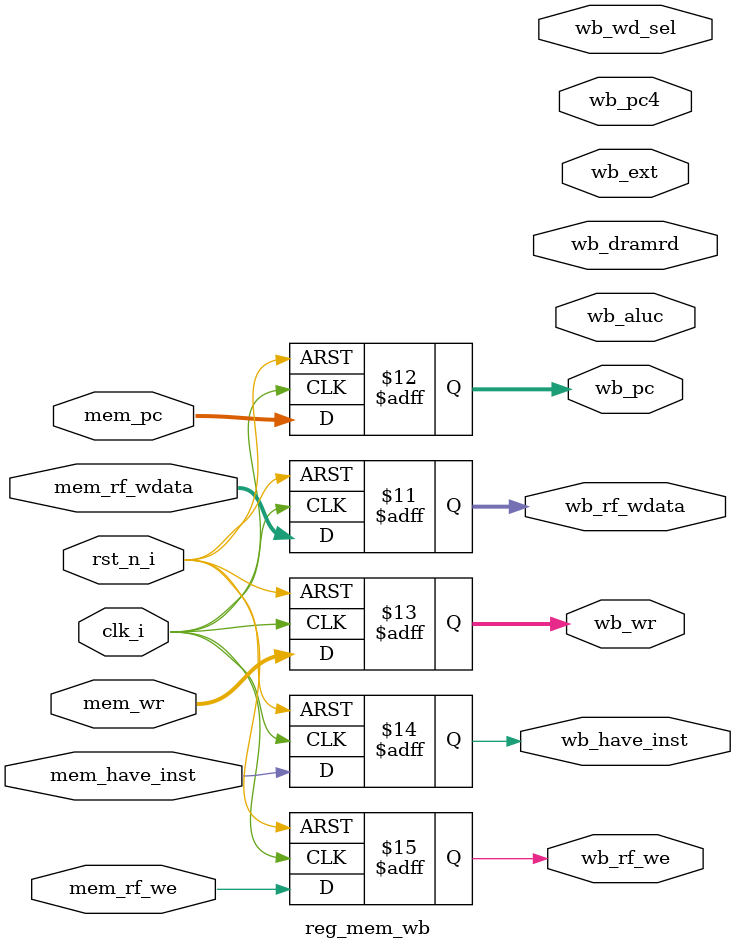
<source format=v>
`timescale 1ns / 1ps


module reg_mem_wb(
    input               clk_i,
    input               rst_n_i,
    input               mem_rf_we,
    input               mem_have_inst,
    input       [4:0]   mem_wr,
    input       [31:0]  mem_pc,
    input       [31:0]  mem_rf_wdata,
    
    output  reg [31:0]  wb_aluc,
    output  reg [31:0]  wb_dramrd,
    output  reg [31:0]  wb_pc4,
    output  reg [31:0]  wb_ext,
    output  reg         wb_rf_we,
    output  reg [2:0]   wb_wd_sel,
    output  reg         wb_have_inst,
    output  reg [4:0]   wb_wr,
    output  reg [31:0]  wb_pc,
    output  reg [31:0]  wb_rf_wdata
    );

    // wb_rf_we
    always @ (posedge clk_i or negedge rst_n_i) begin
        if (~rst_n_i)   wb_rf_we <= 1'b0;
        else            wb_rf_we <= mem_rf_we;
    end

    // wb_have_inst
    always @ (posedge clk_i or negedge rst_n_i) begin
        if (~rst_n_i)   wb_have_inst <= 1'b0;
        else            wb_have_inst <= mem_have_inst;
    end

    // wb_wr
    always @ (posedge clk_i or negedge rst_n_i) begin
        if (~rst_n_i)   wb_wr <= 5'h0;
        else            wb_wr <= mem_wr;
    end

    // wb_pc
    always @ (posedge clk_i or negedge rst_n_i) begin
        if (~rst_n_i)   wb_pc <= 32'h0;
        else            wb_pc <= mem_pc;
    end
    
    // wb_rf_wdata
    always @ (posedge clk_i or negedge rst_n_i) begin
        if (~rst_n_i)   wb_rf_wdata <= 32'h0;
        else            wb_rf_wdata <= mem_rf_wdata;
    end
endmodule

</source>
